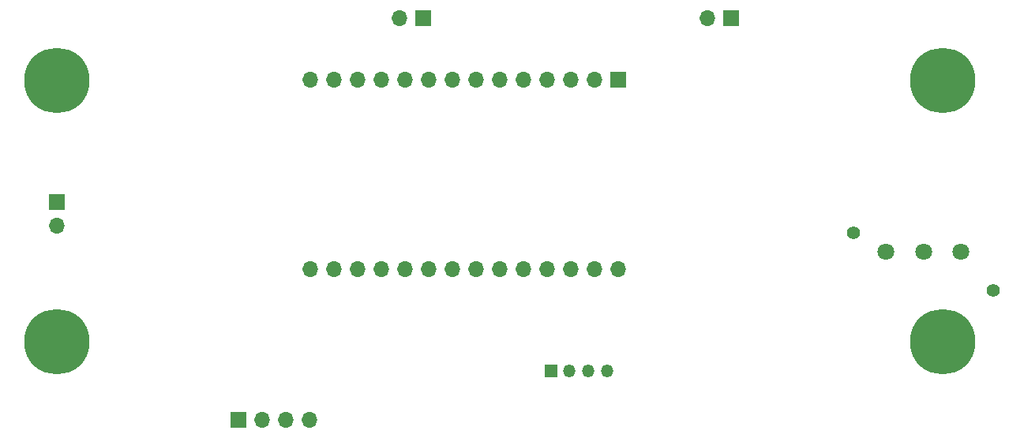
<source format=gbs>
G04 #@! TF.GenerationSoftware,KiCad,Pcbnew,(5.1.10)-1*
G04 #@! TF.CreationDate,2021-12-13T23:40:35+01:00*
G04 #@! TF.ProjectId,BikeCounter,42696b65-436f-4756-9e74-65722e6b6963,rev?*
G04 #@! TF.SameCoordinates,Original*
G04 #@! TF.FileFunction,Soldermask,Bot*
G04 #@! TF.FilePolarity,Negative*
%FSLAX46Y46*%
G04 Gerber Fmt 4.6, Leading zero omitted, Abs format (unit mm)*
G04 Created by KiCad (PCBNEW (5.1.10)-1) date 2021-12-13 23:40:35*
%MOMM*%
%LPD*%
G01*
G04 APERTURE LIST*
%ADD10C,7.000000*%
%ADD11O,1.700000X1.700000*%
%ADD12R,1.700000X1.700000*%
%ADD13R,1.350000X1.350000*%
%ADD14O,1.350000X1.350000*%
%ADD15C,1.400000*%
%ADD16C,1.800000*%
G04 APERTURE END LIST*
D10*
X191264000Y-75026000D03*
X191264000Y-103026000D03*
X96264000Y-103026000D03*
X96264000Y-75026000D03*
D11*
X156464000Y-95250000D03*
X151384000Y-95250000D03*
X136144000Y-95250000D03*
X153924000Y-95250000D03*
X131064000Y-95250000D03*
X128524000Y-95250000D03*
X148844000Y-95250000D03*
X123444000Y-95250000D03*
X125984000Y-95250000D03*
X138684000Y-95250000D03*
X141224000Y-95250000D03*
X143764000Y-95250000D03*
X146304000Y-95250000D03*
X133604000Y-95250000D03*
D12*
X156464000Y-74930000D03*
D11*
X133604000Y-74930000D03*
X146304000Y-74930000D03*
X128524000Y-74930000D03*
X131064000Y-74930000D03*
X153924000Y-74930000D03*
X136144000Y-74930000D03*
X143764000Y-74930000D03*
X125984000Y-74930000D03*
X123444000Y-74930000D03*
X148844000Y-74930000D03*
X151384000Y-74930000D03*
X141224000Y-74930000D03*
X138684000Y-74930000D03*
D13*
X149225000Y-106172000D03*
D14*
X151225000Y-106172000D03*
X153225000Y-106172000D03*
X155225000Y-106172000D03*
D11*
X132969000Y-68326000D03*
D12*
X135509000Y-68326000D03*
D15*
X181667000Y-91345000D03*
X196667000Y-97545000D03*
D16*
X185167000Y-93345000D03*
X189167000Y-93345000D03*
X193167000Y-93345000D03*
D11*
X165989000Y-68326000D03*
D12*
X168529000Y-68326000D03*
D11*
X96264000Y-90566000D03*
D12*
X96264000Y-88026000D03*
X115697000Y-111379000D03*
D11*
X118237000Y-111379000D03*
X120777000Y-111379000D03*
X123317000Y-111379000D03*
M02*

</source>
